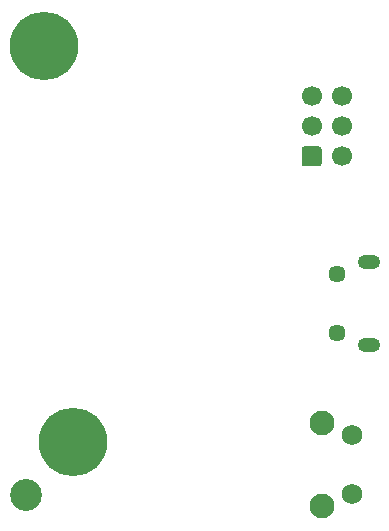
<source format=gbs>
G04 #@! TF.GenerationSoftware,KiCad,Pcbnew,(5.1.9)-1*
G04 #@! TF.CreationDate,2021-05-17T03:23:03-07:00*
G04 #@! TF.ProjectId,wired-sculpt,77697265-642d-4736-9375-6c70742e6b69,rev?*
G04 #@! TF.SameCoordinates,Original*
G04 #@! TF.FileFunction,Soldermask,Bot*
G04 #@! TF.FilePolarity,Negative*
%FSLAX46Y46*%
G04 Gerber Fmt 4.6, Leading zero omitted, Abs format (unit mm)*
G04 Created by KiCad (PCBNEW (5.1.9)-1) date 2021-05-17 03:23:03*
%MOMM*%
%LPD*%
G01*
G04 APERTURE LIST*
%ADD10C,2.100000*%
%ADD11C,1.750000*%
%ADD12C,1.700000*%
%ADD13C,1.450000*%
%ADD14O,1.900000X1.200000*%
%ADD15C,5.800000*%
%ADD16C,2.700000*%
G04 APERTURE END LIST*
D10*
G04 #@! TO.C,SW1*
X154600000Y-67400000D03*
D11*
X157100000Y-68400000D03*
X157100000Y-73400000D03*
D10*
X154600000Y-74400000D03*
G04 #@! TD*
D12*
G04 #@! TO.C,J2*
X156240000Y-39720000D03*
X156240000Y-42260000D03*
X156240000Y-44800000D03*
X153700000Y-39720000D03*
X153700000Y-42260000D03*
G36*
G01*
X152850000Y-45400000D02*
X152850000Y-44200000D01*
G75*
G02*
X153100000Y-43950000I250000J0D01*
G01*
X154300000Y-43950000D01*
G75*
G02*
X154550000Y-44200000I0J-250000D01*
G01*
X154550000Y-45400000D01*
G75*
G02*
X154300000Y-45650000I-250000J0D01*
G01*
X153100000Y-45650000D01*
G75*
G02*
X152850000Y-45400000I0J250000D01*
G01*
G37*
G04 #@! TD*
D13*
G04 #@! TO.C,J1*
X155837500Y-59775000D03*
X155837500Y-54775000D03*
D14*
X158537500Y-60775000D03*
X158537500Y-53775000D03*
G04 #@! TD*
D15*
G04 #@! TO.C,H1*
X131000000Y-35500000D03*
G04 #@! TD*
G04 #@! TO.C,H2*
X133500000Y-69000000D03*
G04 #@! TD*
D16*
G04 #@! TO.C,H3*
X129500000Y-73500000D03*
G04 #@! TD*
M02*

</source>
